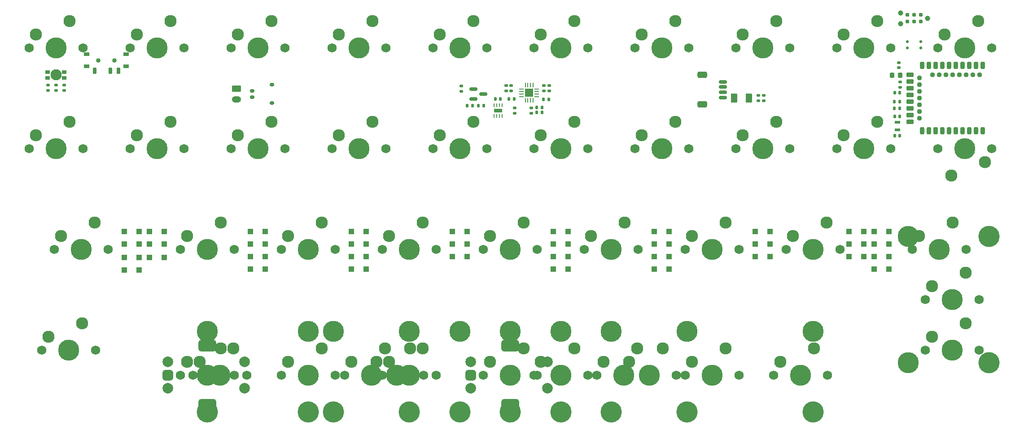
<source format=gbr>
%TF.GenerationSoftware,KiCad,Pcbnew,8.0.8*%
%TF.CreationDate,2025-05-09T16:57:13+02:00*%
%TF.ProjectId,pandemonium BLE e7 cutout,70616e64-656d-46f6-9e69-756d20424c45,rev?*%
%TF.SameCoordinates,Original*%
%TF.FileFunction,Soldermask,Bot*%
%TF.FilePolarity,Negative*%
%FSLAX46Y46*%
G04 Gerber Fmt 4.6, Leading zero omitted, Abs format (unit mm)*
G04 Created by KiCad (PCBNEW 8.0.8) date 2025-05-09 16:57:13*
%MOMM*%
%LPD*%
G01*
G04 APERTURE LIST*
G04 Aperture macros list*
%AMRoundRect*
0 Rectangle with rounded corners*
0 $1 Rounding radius*
0 $2 $3 $4 $5 $6 $7 $8 $9 X,Y pos of 4 corners*
0 Add a 4 corners polygon primitive as box body*
4,1,4,$2,$3,$4,$5,$6,$7,$8,$9,$2,$3,0*
0 Add four circle primitives for the rounded corners*
1,1,$1+$1,$2,$3*
1,1,$1+$1,$4,$5*
1,1,$1+$1,$6,$7*
1,1,$1+$1,$8,$9*
0 Add four rect primitives between the rounded corners*
20,1,$1+$1,$2,$3,$4,$5,0*
20,1,$1+$1,$4,$5,$6,$7,0*
20,1,$1+$1,$6,$7,$8,$9,0*
20,1,$1+$1,$8,$9,$2,$3,0*%
G04 Aperture macros list end*
%ADD10C,1.750000*%
%ADD11C,3.987800*%
%ADD12C,2.300000*%
%ADD13C,4.000000*%
%ADD14C,2.000000*%
%ADD15RoundRect,0.500000X-0.500000X-0.500000X0.500000X-0.500000X0.500000X0.500000X-0.500000X0.500000X0*%
%ADD16RoundRect,0.550000X-1.150000X-0.550000X1.150000X-0.550000X1.150000X0.550000X-1.150000X0.550000X0*%
%ADD17RoundRect,0.250000X0.300000X0.300000X-0.300000X0.300000X-0.300000X-0.300000X0.300000X-0.300000X0*%
%ADD18RoundRect,0.140000X0.170000X-0.140000X0.170000X0.140000X-0.170000X0.140000X-0.170000X-0.140000X0*%
%ADD19RoundRect,0.137500X0.137500X0.147500X-0.137500X0.147500X-0.137500X-0.147500X0.137500X-0.147500X0*%
%ADD20RoundRect,0.135000X0.185000X-0.135000X0.185000X0.135000X-0.185000X0.135000X-0.185000X-0.135000X0*%
%ADD21RoundRect,0.250000X-0.375000X-0.625000X0.375000X-0.625000X0.375000X0.625000X-0.375000X0.625000X0*%
%ADD22RoundRect,0.135000X0.135000X0.185000X-0.135000X0.185000X-0.135000X-0.185000X0.135000X-0.185000X0*%
%ADD23RoundRect,0.135000X-0.135000X-0.185000X0.135000X-0.185000X0.135000X0.185000X-0.135000X0.185000X0*%
%ADD24RoundRect,0.135000X-0.185000X0.135000X-0.185000X-0.135000X0.185000X-0.135000X0.185000X0.135000X0*%
%ADD25R,1.100000X0.600000*%
%ADD26RoundRect,0.250000X-0.300000X-0.300000X0.300000X-0.300000X0.300000X0.300000X-0.300000X0.300000X0*%
%ADD27RoundRect,0.150000X0.625000X-0.150000X0.625000X0.150000X-0.625000X0.150000X-0.625000X-0.150000X0*%
%ADD28RoundRect,0.250000X0.650000X-0.350000X0.650000X0.350000X-0.650000X0.350000X-0.650000X-0.350000X0*%
%ADD29RoundRect,0.140000X-0.170000X0.140000X-0.170000X-0.140000X0.170000X-0.140000X0.170000X0.140000X0*%
%ADD30RoundRect,0.218750X0.218750X0.256250X-0.218750X0.256250X-0.218750X-0.256250X0.218750X-0.256250X0*%
%ADD31C,0.990600*%
%ADD32C,0.787400*%
%ADD33RoundRect,0.140000X0.140000X0.170000X-0.140000X0.170000X-0.140000X-0.170000X0.140000X-0.170000X0*%
%ADD34RoundRect,0.150000X-0.587500X-0.150000X0.587500X-0.150000X0.587500X0.150000X-0.587500X0.150000X0*%
%ADD35RoundRect,0.250000X-0.625000X0.350000X-0.625000X-0.350000X0.625000X-0.350000X0.625000X0.350000X0*%
%ADD36O,1.750000X1.200000*%
%ADD37C,0.850000*%
%ADD38RoundRect,0.090000X-0.210000X-0.535000X0.210000X-0.535000X0.210000X0.535000X-0.210000X0.535000X0*%
%ADD39RoundRect,0.105000X-0.445000X0.245000X-0.445000X-0.245000X0.445000X-0.245000X0.445000X0.245000X0*%
%ADD40C,2.100000*%
%ADD41RoundRect,0.070000X-0.330000X0.280000X-0.330000X-0.280000X0.330000X-0.280000X0.330000X0.280000X0*%
%ADD42RoundRect,0.150000X-0.275000X0.150000X-0.275000X-0.150000X0.275000X-0.150000X0.275000X0.150000X0*%
%ADD43RoundRect,0.175000X-0.225000X0.175000X-0.225000X-0.175000X0.225000X-0.175000X0.225000X0.175000X0*%
%ADD44RoundRect,0.140000X-0.140000X-0.170000X0.140000X-0.170000X0.140000X0.170000X-0.140000X0.170000X0*%
%ADD45RoundRect,0.062500X-0.062500X0.287500X-0.062500X-0.287500X0.062500X-0.287500X0.062500X0.287500X0*%
%ADD46R,1.600000X0.800000*%
%ADD47RoundRect,0.062500X-0.375000X-0.062500X0.375000X-0.062500X0.375000X0.062500X-0.375000X0.062500X0*%
%ADD48RoundRect,0.062500X-0.062500X-0.375000X0.062500X-0.375000X0.062500X0.375000X-0.062500X0.375000X0*%
%ADD49R,1.600000X1.600000*%
%ADD50RoundRect,0.200000X0.200000X-0.500000X0.200000X0.500000X-0.200000X0.500000X-0.200000X-0.500000X0*%
%ADD51RoundRect,0.200000X-0.500000X-0.200000X0.500000X-0.200000X0.500000X0.200000X-0.500000X0.200000X0*%
%ADD52RoundRect,0.200000X-0.200000X-0.200000X0.200000X-0.200000X0.200000X0.200000X-0.200000X0.200000X0*%
%ADD53RoundRect,0.147500X-0.172500X0.147500X-0.172500X-0.147500X0.172500X-0.147500X0.172500X0.147500X0*%
G04 APERTURE END LIST*
D10*
%TO.C,MX42*%
X143351250Y-95250000D03*
D11*
X148431250Y-95250000D03*
D10*
X153511250Y-95250000D03*
D12*
X144621250Y-92710000D03*
X150971250Y-90170000D03*
%TD*%
D10*
%TO.C,MX14*%
X64770000Y-95250000D03*
D11*
X69850000Y-95250000D03*
D10*
X74930000Y-95250000D03*
D12*
X66040000Y-92710000D03*
X72390000Y-90170000D03*
%TD*%
D10*
%TO.C,MX41*%
X202882500Y-71437500D03*
D11*
X207962500Y-71437500D03*
D10*
X213042500Y-71437500D03*
D12*
X204152500Y-68897500D03*
X210502500Y-66357500D03*
%TD*%
D10*
%TO.C,MX5*%
X40957500Y-71437500D03*
D11*
X46037500Y-71437500D03*
D10*
X51117500Y-71437500D03*
D12*
X42227500Y-68897500D03*
X48577500Y-66357500D03*
%TD*%
D10*
%TO.C,MX12*%
X64770000Y-71437500D03*
D11*
X69850000Y-71437500D03*
D10*
X74930000Y-71437500D03*
D12*
X66040000Y-68897500D03*
X72390000Y-66357500D03*
%TD*%
D13*
%TO.C,S2*%
X127000000Y-102235000D03*
D11*
X127000000Y-86995000D03*
D13*
X88900000Y-102235000D03*
D11*
X88900000Y-86995000D03*
%TD*%
D14*
%TO.C,SW2*%
X119500000Y-92750000D03*
X119500000Y-97750000D03*
D15*
X119500000Y-95250000D03*
D16*
X127000000Y-89650000D03*
X127000000Y-100850000D03*
D14*
X134000000Y-97750000D03*
X134000000Y-92750000D03*
%TD*%
D10*
%TO.C,MX35*%
X83820000Y-95250000D03*
D11*
X88900000Y-95250000D03*
D10*
X93980000Y-95250000D03*
D12*
X85090000Y-92710000D03*
X91440000Y-90170000D03*
%TD*%
D10*
%TO.C,MX43*%
X148113750Y-95250000D03*
D11*
X153193750Y-95250000D03*
D10*
X158273750Y-95250000D03*
D12*
X149383750Y-92710000D03*
X155733750Y-90170000D03*
%TD*%
D10*
%TO.C,MX26*%
X102870000Y-71437500D03*
D11*
X107950000Y-71437500D03*
D10*
X113030000Y-71437500D03*
D12*
X104140000Y-68897500D03*
X110490000Y-66357500D03*
%TD*%
D10*
%TO.C,MX16*%
X169545000Y-33337500D03*
D11*
X174625000Y-33337500D03*
D10*
X179705000Y-33337500D03*
D12*
X170815000Y-30797500D03*
X177165000Y-28257500D03*
%TD*%
D10*
%TO.C,MX31*%
X112395000Y-52387500D03*
D11*
X117475000Y-52387500D03*
D10*
X122555000Y-52387500D03*
D12*
X113665000Y-49847500D03*
X120015000Y-47307500D03*
%TD*%
D10*
%TO.C,MX29*%
X112395000Y-33337500D03*
D11*
X117475000Y-33337500D03*
D10*
X122555000Y-33337500D03*
D12*
X113665000Y-30797500D03*
X120015000Y-28257500D03*
%TD*%
D10*
%TO.C,MX36*%
X67151250Y-95250000D03*
D11*
X72231250Y-95250000D03*
D10*
X77311250Y-95250000D03*
D12*
X68421250Y-92710000D03*
X74771250Y-90170000D03*
%TD*%
D10*
%TO.C,MX8*%
X55245000Y-33337500D03*
D11*
X60325000Y-33337500D03*
D10*
X65405000Y-33337500D03*
D12*
X56515000Y-30797500D03*
X62865000Y-28257500D03*
%TD*%
D10*
%TO.C,MX37*%
X100488750Y-95250000D03*
D11*
X105568750Y-95250000D03*
D10*
X110648750Y-95250000D03*
D12*
X101758750Y-92710000D03*
X108108750Y-90170000D03*
%TD*%
D13*
%TO.C,S3*%
X184150000Y-102235000D03*
D11*
X184150000Y-86995000D03*
D13*
X146050000Y-102235000D03*
D11*
X146050000Y-86995000D03*
%TD*%
D10*
%TO.C,MX18*%
X169545000Y-52387500D03*
D11*
X174625000Y-52387500D03*
D10*
X179705000Y-52387500D03*
D12*
X170815000Y-49847500D03*
X177165000Y-47307500D03*
%TD*%
D10*
%TO.C,MX24*%
X93345000Y-52387500D03*
D11*
X98425000Y-52387500D03*
D10*
X103505000Y-52387500D03*
D12*
X94615000Y-49847500D03*
X100965000Y-47307500D03*
%TD*%
D10*
%TO.C,MX44*%
X176688750Y-95250000D03*
D11*
X181768750Y-95250000D03*
D10*
X186848750Y-95250000D03*
D12*
X177958750Y-92710000D03*
X184308750Y-90170000D03*
%TD*%
D10*
%TO.C,MX19*%
X83820000Y-71437500D03*
D11*
X88900000Y-71437500D03*
D10*
X93980000Y-71437500D03*
D12*
X85090000Y-68897500D03*
X91440000Y-66357500D03*
%TD*%
D10*
%TO.C,MX21*%
X102870000Y-95250000D03*
D11*
X107950000Y-95250000D03*
D10*
X113030000Y-95250000D03*
D12*
X104140000Y-92710000D03*
X110490000Y-90170000D03*
%TD*%
D10*
%TO.C,MX15*%
X74295000Y-33337500D03*
D11*
X79375000Y-33337500D03*
D10*
X84455000Y-33337500D03*
D12*
X75565000Y-30797500D03*
X81915000Y-28257500D03*
%TD*%
D10*
%TO.C,MX4*%
X131445000Y-52387500D03*
D11*
X136525000Y-52387500D03*
D10*
X141605000Y-52387500D03*
D12*
X132715000Y-49847500D03*
X139065000Y-47307500D03*
%TD*%
D11*
%TO.C,S5*%
X202088750Y-69056250D03*
X202088750Y-92868750D03*
D13*
X217328750Y-69056250D03*
X217328750Y-92868750D03*
%TD*%
D10*
%TO.C,MX2*%
X131445000Y-33337500D03*
D11*
X136525000Y-33337500D03*
D10*
X141605000Y-33337500D03*
D12*
X132715000Y-30797500D03*
X139065000Y-28257500D03*
%TD*%
D10*
%TO.C,MX11*%
X150495000Y-52387500D03*
D11*
X155575000Y-52387500D03*
D10*
X160655000Y-52387500D03*
D12*
X151765000Y-49847500D03*
X158115000Y-47307500D03*
%TD*%
D10*
%TO.C,MX9*%
X150495000Y-33337500D03*
D11*
X155575000Y-33337500D03*
D10*
X160655000Y-33337500D03*
D12*
X151765000Y-30797500D03*
X158115000Y-28257500D03*
%TD*%
D10*
%TO.C,MX38*%
X95726250Y-95250000D03*
D11*
X100806250Y-95250000D03*
D10*
X105886250Y-95250000D03*
D12*
X96996250Y-92710000D03*
X103346250Y-90170000D03*
%TD*%
D10*
%TO.C,MX40*%
X205263750Y-90487500D03*
D11*
X210343750Y-90487500D03*
D10*
X215423750Y-90487500D03*
D12*
X206533750Y-87947500D03*
X212883750Y-85407500D03*
%TD*%
D13*
%TO.C,S8*%
X184150000Y-102235000D03*
D11*
X184150000Y-86995000D03*
D13*
X88900000Y-102235000D03*
D11*
X88900000Y-86995000D03*
%TD*%
D14*
%TO.C,SW1*%
X62350000Y-92750000D03*
X62350000Y-97750000D03*
D15*
X62350000Y-95250000D03*
D16*
X69850000Y-89650000D03*
X69850000Y-100850000D03*
D14*
X76850000Y-97750000D03*
X76850000Y-92750000D03*
%TD*%
D10*
%TO.C,MX20*%
X179070000Y-71437500D03*
D11*
X184150000Y-71437500D03*
D10*
X189230000Y-71437500D03*
D12*
X180340000Y-68897500D03*
X186690000Y-66357500D03*
%TD*%
D10*
%TO.C,MX3*%
X36195000Y-52387500D03*
D11*
X41275000Y-52387500D03*
D10*
X46355000Y-52387500D03*
D12*
X37465000Y-49847500D03*
X43815000Y-47307500D03*
%TD*%
D10*
%TO.C,MX30*%
X207645000Y-33337500D03*
D11*
X212725000Y-33337500D03*
D10*
X217805000Y-33337500D03*
D12*
X208915000Y-30797500D03*
X215265000Y-28257500D03*
%TD*%
D10*
%TO.C,MX39*%
X121920000Y-95250000D03*
D11*
X127000000Y-95250000D03*
D10*
X132080000Y-95250000D03*
D12*
X123190000Y-92710000D03*
X129540000Y-90170000D03*
%TD*%
D13*
%TO.C,S6*%
X117475000Y-102235000D03*
D11*
X117475000Y-86995000D03*
D13*
X93662500Y-102235000D03*
D11*
X93662500Y-86995000D03*
%TD*%
D10*
%TO.C,MX6*%
X140970000Y-71437500D03*
D11*
X146050000Y-71437500D03*
D10*
X151130000Y-71437500D03*
D12*
X142240000Y-68897500D03*
X148590000Y-66357500D03*
%TD*%
D13*
%TO.C,S4*%
X107950000Y-102235000D03*
D11*
X107950000Y-86995000D03*
D13*
X69850000Y-102235000D03*
D11*
X69850000Y-86995000D03*
%TD*%
D10*
%TO.C,MX10*%
X55245000Y-52387500D03*
D11*
X60325000Y-52387500D03*
D10*
X65405000Y-52387500D03*
D12*
X56515000Y-49847500D03*
X62865000Y-47307500D03*
%TD*%
D10*
%TO.C,MX17*%
X74295000Y-52387500D03*
D11*
X79375000Y-52387500D03*
D10*
X84455000Y-52387500D03*
D12*
X75565000Y-49847500D03*
X81915000Y-47307500D03*
%TD*%
D10*
%TO.C,MX27*%
X205263750Y-80962500D03*
D11*
X210343750Y-80962500D03*
D10*
X215423750Y-80962500D03*
D12*
X206533750Y-78422500D03*
X212883750Y-75882500D03*
%TD*%
D13*
%TO.C,S9*%
X184150000Y-102235000D03*
D11*
X184150000Y-86995000D03*
D13*
X69850000Y-102235000D03*
D11*
X69850000Y-86995000D03*
%TD*%
D10*
%TO.C,MX23*%
X188595000Y-33337500D03*
D11*
X193675000Y-33337500D03*
D10*
X198755000Y-33337500D03*
D12*
X189865000Y-30797500D03*
X196215000Y-28257500D03*
%TD*%
D10*
%TO.C,MX1*%
X36195000Y-33337500D03*
D11*
X41275000Y-33337500D03*
D10*
X46355000Y-33337500D03*
D12*
X37465000Y-30797500D03*
X43815000Y-28257500D03*
%TD*%
D10*
%TO.C,MX22*%
X93345000Y-33337500D03*
D11*
X98425000Y-33337500D03*
D10*
X103505000Y-33337500D03*
D12*
X94615000Y-30797500D03*
X100965000Y-28257500D03*
%TD*%
D10*
%TO.C,MX25*%
X188595000Y-52387500D03*
D11*
X193675000Y-52387500D03*
D10*
X198755000Y-52387500D03*
D12*
X189865000Y-49847500D03*
X196215000Y-47307500D03*
%TD*%
D13*
%TO.C,S7*%
X160337500Y-102235000D03*
D11*
X160337500Y-86995000D03*
D13*
X136525000Y-102235000D03*
D11*
X136525000Y-86995000D03*
%TD*%
D10*
%TO.C,MX28*%
X160020000Y-95250000D03*
D11*
X165100000Y-95250000D03*
D10*
X170180000Y-95250000D03*
D12*
X161290000Y-92710000D03*
X167640000Y-90170000D03*
%TD*%
D10*
%TO.C,MX32*%
X217805000Y-52387500D03*
D11*
X212725000Y-52387500D03*
D10*
X207645000Y-52387500D03*
D12*
X216535000Y-54927500D03*
X210185000Y-57467500D03*
%TD*%
D10*
%TO.C,MX7*%
X38576250Y-90487500D03*
D11*
X43656250Y-90487500D03*
D10*
X48736250Y-90487500D03*
D12*
X39846250Y-87947500D03*
X46196250Y-85407500D03*
%TD*%
D10*
%TO.C,MX33*%
X121920000Y-71437500D03*
D11*
X127000000Y-71437500D03*
D10*
X132080000Y-71437500D03*
D12*
X123190000Y-68897500D03*
X129540000Y-66357500D03*
%TD*%
D10*
%TO.C,MX34*%
X131445000Y-95250000D03*
D11*
X136525000Y-95250000D03*
D10*
X141605000Y-95250000D03*
D12*
X132715000Y-92710000D03*
X139065000Y-90170000D03*
%TD*%
D10*
%TO.C,MX13*%
X160020000Y-71437500D03*
D11*
X165100000Y-71437500D03*
D10*
X170180000Y-71437500D03*
D12*
X161290000Y-68897500D03*
X167640000Y-66357500D03*
%TD*%
D17*
%TO.C,D6*%
X137925000Y-72825000D03*
X135125000Y-72825000D03*
%TD*%
D18*
%TO.C,C19*%
X127166250Y-41466938D03*
X127166250Y-40506938D03*
%TD*%
D19*
%TO.C,SW3*%
X204475000Y-32191250D03*
X201925000Y-32191250D03*
X204475000Y-33351250D03*
X201925000Y-33351250D03*
%TD*%
D20*
%TO.C,R4*%
X117795858Y-41552413D03*
X117795858Y-40532413D03*
%TD*%
D21*
%TO.C,F2*%
X169256250Y-42862500D03*
X172056250Y-42862500D03*
%TD*%
D17*
%TO.C,D17*%
X80775000Y-68062500D03*
X77975000Y-68062500D03*
%TD*%
D22*
%TO.C,R2*%
X119893358Y-44298996D03*
X118873358Y-44298996D03*
%TD*%
D23*
%TO.C,R8*%
X199467347Y-43489114D03*
X200487347Y-43489114D03*
%TD*%
D17*
%TO.C,D35*%
X118875000Y-72825000D03*
X116075000Y-72825000D03*
%TD*%
%TO.C,D9*%
X156975000Y-70443750D03*
X154175000Y-70443750D03*
%TD*%
%TO.C,D24*%
X137925000Y-75206250D03*
X135125000Y-75206250D03*
%TD*%
D24*
%TO.C,R16*%
X127793750Y-44704201D03*
X127793750Y-45724201D03*
%TD*%
D25*
%TO.C,Y1*%
X200025000Y-47425000D03*
X200025000Y-48825000D03*
%TD*%
D26*
%TO.C,D31*%
X190881250Y-70443750D03*
X193681250Y-70443750D03*
%TD*%
D17*
%TO.C,D13*%
X156975000Y-72825000D03*
X154175000Y-72825000D03*
%TD*%
D24*
%TO.C,R12*%
X39740282Y-40365000D03*
X39740282Y-41385000D03*
%TD*%
D22*
%TO.C,R3*%
X121956821Y-44314538D03*
X120936821Y-44314538D03*
%TD*%
D17*
%TO.C,D18*%
X176025000Y-68062500D03*
X173225000Y-68062500D03*
%TD*%
%TO.C,D12*%
X61725000Y-68062500D03*
X58925000Y-68062500D03*
%TD*%
D18*
%TO.C,C18*%
X126206250Y-41466938D03*
X126206250Y-40506938D03*
%TD*%
D17*
%TO.C,D20*%
X176025000Y-72825000D03*
X173225000Y-72825000D03*
%TD*%
D24*
%TO.C,R10*%
X42862500Y-40365000D03*
X42862500Y-41385000D03*
%TD*%
D17*
%TO.C,D37*%
X198443750Y-72825000D03*
X195643750Y-72825000D03*
%TD*%
%TO.C,D32*%
X198443750Y-70443750D03*
X195643750Y-70443750D03*
%TD*%
D27*
%TO.C,J5*%
X167100000Y-42775000D03*
X167100000Y-41775000D03*
X167100000Y-40775000D03*
X167100000Y-39775000D03*
D28*
X163225000Y-44075000D03*
X163225000Y-38475000D03*
%TD*%
D29*
%TO.C,C8*%
X200597327Y-39825736D03*
X200597327Y-40785736D03*
%TD*%
D30*
%TO.C,L1*%
X200587507Y-38500629D03*
X199012507Y-38500629D03*
%TD*%
D17*
%TO.C,D29*%
X118875000Y-70443750D03*
X116075000Y-70443750D03*
%TD*%
%TO.C,D2*%
X137925000Y-70443750D03*
X135125000Y-70443750D03*
%TD*%
D31*
%TO.C,J1*%
X205740000Y-27781250D03*
X200660000Y-28797250D03*
X200660000Y-26765250D03*
D32*
X204470000Y-28416250D03*
X204470000Y-27146250D03*
X203200000Y-28416250D03*
X203200000Y-27146250D03*
X201930000Y-28416250D03*
X201930000Y-27146250D03*
%TD*%
D33*
%TO.C,C9*%
X200503785Y-49979298D03*
X199543785Y-49979298D03*
%TD*%
D34*
%TO.C,Q1*%
X120033358Y-43018750D03*
X120033358Y-41118750D03*
X121908358Y-42068750D03*
%TD*%
D17*
%TO.C,D15*%
X80775000Y-72825000D03*
X77975000Y-72825000D03*
%TD*%
%TO.C,D28*%
X99825000Y-68062500D03*
X97025000Y-68062500D03*
%TD*%
%TO.C,D34*%
X99825000Y-72825000D03*
X97025000Y-72825000D03*
%TD*%
%TO.C,D16*%
X176025000Y-70443750D03*
X173225000Y-70443750D03*
%TD*%
D23*
%TO.C,R1*%
X199495793Y-44762106D03*
X200515793Y-44762106D03*
%TD*%
D22*
%TO.C,R13*%
X127783953Y-42987500D03*
X126763953Y-42987500D03*
%TD*%
D17*
%TO.C,D40*%
X156975000Y-75206250D03*
X154175000Y-75206250D03*
%TD*%
%TO.C,D23*%
X118875000Y-68062500D03*
X116075000Y-68062500D03*
%TD*%
D35*
%TO.C,J4*%
X75337500Y-41068750D03*
D36*
X75337500Y-43068750D03*
%TD*%
D17*
%TO.C,D4*%
X137925000Y-68062500D03*
X135125000Y-68062500D03*
%TD*%
D37*
%TO.C,SW4*%
X52300000Y-35718750D03*
X49300000Y-35718750D03*
D38*
X48550000Y-37718750D03*
X51550000Y-37718750D03*
X53050000Y-37718750D03*
D39*
X54500000Y-36868750D03*
X54500000Y-34568750D03*
X47100000Y-36868750D03*
X47100000Y-34568750D03*
%TD*%
D18*
%TO.C,C7*%
X200343919Y-37116037D03*
X200343919Y-36156037D03*
%TD*%
D40*
%TO.C,LED1*%
X41275000Y-38493750D03*
D41*
X42825000Y-37943750D03*
X42825000Y-39043750D03*
X39725000Y-39043750D03*
X39725000Y-37943750D03*
%TD*%
D23*
%TO.C,R15*%
X133280000Y-43087500D03*
X134300000Y-43087500D03*
%TD*%
D18*
%TO.C,C16*%
X133306250Y-41466297D03*
X133306250Y-40506297D03*
%TD*%
D17*
%TO.C,D11*%
X156975000Y-68062500D03*
X154175000Y-68062500D03*
%TD*%
D42*
%TO.C,J3*%
X78293750Y-41468750D03*
X78293750Y-42668750D03*
D43*
X82068750Y-40318750D03*
X82068750Y-43818750D03*
%TD*%
D17*
%TO.C,D3*%
X61725000Y-70443750D03*
X58925000Y-70443750D03*
%TD*%
D26*
%TO.C,D25*%
X190881250Y-68062500D03*
X193681250Y-68062500D03*
%TD*%
D18*
%TO.C,C12*%
X174781833Y-43342500D03*
X174781833Y-42382500D03*
%TD*%
D24*
%TO.C,R14*%
X130952264Y-44711960D03*
X130952264Y-45731960D03*
%TD*%
%TO.C,R11*%
X41275000Y-40409775D03*
X41275000Y-41429775D03*
%TD*%
D17*
%TO.C,D19*%
X80775000Y-70443750D03*
X77975000Y-70443750D03*
%TD*%
%TO.C,D14*%
X80775000Y-75206250D03*
X77975000Y-75206250D03*
%TD*%
%TO.C,D22*%
X99825000Y-70443750D03*
X97025000Y-70443750D03*
%TD*%
D33*
%TO.C,C17*%
X125123750Y-42987500D03*
X124163750Y-42987500D03*
%TD*%
D17*
%TO.C,D1*%
X61725000Y-73025000D03*
X58925000Y-73025000D03*
%TD*%
%TO.C,D10*%
X56962500Y-73025000D03*
X54162500Y-73025000D03*
%TD*%
D44*
%TO.C,C14*%
X132019158Y-44646880D03*
X132979158Y-44646880D03*
%TD*%
D26*
%TO.C,D7*%
X54162500Y-70443750D03*
X56962500Y-70443750D03*
%TD*%
%TO.C,D5*%
X54162500Y-68062500D03*
X56962500Y-68062500D03*
%TD*%
%TO.C,D27*%
X190881250Y-72825000D03*
X193681250Y-72825000D03*
%TD*%
D17*
%TO.C,D21*%
X99825000Y-75206250D03*
X97025000Y-75206250D03*
%TD*%
D45*
%TO.C,U6*%
X123978475Y-44243750D03*
X124478475Y-44243750D03*
X124978475Y-44243750D03*
X125478475Y-44243750D03*
X125478475Y-46243750D03*
X124978475Y-46243750D03*
X124478475Y-46243750D03*
X123978475Y-46243750D03*
D46*
X124728475Y-45243750D03*
%TD*%
D47*
%TO.C,U7*%
X129137500Y-42625000D03*
X129137500Y-42125000D03*
X129137500Y-41625000D03*
X129137500Y-41125000D03*
D48*
X129825000Y-40437500D03*
X130325000Y-40437500D03*
X130825000Y-40437500D03*
X131325000Y-40437500D03*
D47*
X132012500Y-41125000D03*
X132012500Y-41625000D03*
X132012500Y-42125000D03*
X132012500Y-42625000D03*
D48*
X131325000Y-43312500D03*
X130825000Y-43312500D03*
X130325000Y-43312500D03*
X129825000Y-43312500D03*
D49*
X130575000Y-41875000D03*
%TD*%
D17*
%TO.C,D8*%
X56962500Y-75406250D03*
X54162500Y-75406250D03*
%TD*%
D50*
%TO.C,U1*%
X216167500Y-49062500D03*
X214897500Y-49062500D03*
X213627500Y-49062500D03*
X212357500Y-49062500D03*
X211087500Y-49062500D03*
X209817500Y-49062500D03*
X208547500Y-49062500D03*
X207277500Y-49062500D03*
X206007500Y-49062500D03*
X204737500Y-49062500D03*
D51*
X202437500Y-47302500D03*
D52*
X204237500Y-46672500D03*
D51*
X202437500Y-46032500D03*
D52*
X204237500Y-45402500D03*
D51*
X202437500Y-44762500D03*
D52*
X204237500Y-44132500D03*
D51*
X202437500Y-43492500D03*
D52*
X204237500Y-42862500D03*
D51*
X202437500Y-42222500D03*
D52*
X204237500Y-41592500D03*
D51*
X202437500Y-40952500D03*
D52*
X204237500Y-40322500D03*
D51*
X202437500Y-39682500D03*
D52*
X204237500Y-39052500D03*
D51*
X202437500Y-38412500D03*
D50*
X204737500Y-36662500D03*
X206007500Y-36662500D03*
D52*
X206642500Y-38462500D03*
D50*
X207277500Y-36662500D03*
D52*
X207912500Y-38462500D03*
D50*
X208547500Y-36662500D03*
D52*
X209182500Y-38462500D03*
D50*
X209817500Y-36662500D03*
D52*
X210452500Y-38462500D03*
D50*
X211087500Y-36662500D03*
D52*
X211722500Y-38462500D03*
D50*
X212357500Y-36662500D03*
D52*
X212992500Y-38462500D03*
D50*
X213627500Y-36662500D03*
D52*
X214262500Y-38462500D03*
D50*
X214897500Y-36662500D03*
D52*
X215532500Y-38462500D03*
D50*
X216167500Y-36662500D03*
%TD*%
D17*
%TO.C,D26*%
X198443750Y-68062500D03*
X195643750Y-68062500D03*
%TD*%
%TO.C,D30*%
X198443750Y-75206250D03*
X195643750Y-75206250D03*
%TD*%
D18*
%TO.C,C15*%
X134332884Y-41467201D03*
X134332884Y-40507201D03*
%TD*%
D44*
%TO.C,C13*%
X131994863Y-45589344D03*
X132954863Y-45589344D03*
%TD*%
D33*
%TO.C,C6*%
X200475453Y-41868750D03*
X199515453Y-41868750D03*
%TD*%
D53*
%TO.C,L2*%
X173788083Y-42377500D03*
X173788083Y-43347500D03*
%TD*%
D33*
%TO.C,C10*%
X200465671Y-46306958D03*
X199505671Y-46306958D03*
%TD*%
M02*

</source>
